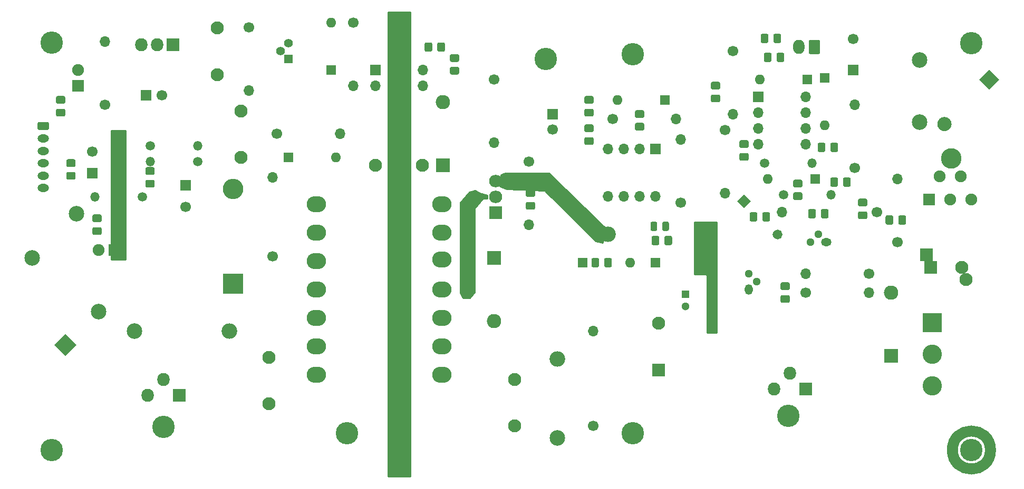
<source format=gbr>
%TF.GenerationSoftware,KiCad,Pcbnew,(5.1.6)-1*%
%TF.CreationDate,2021-01-03T21:45:47+05:30*%
%TF.ProjectId,supplyboard,73757070-6c79-4626-9f61-72642e6b6963,rev?*%
%TF.SameCoordinates,Original*%
%TF.FileFunction,Soldermask,Bot*%
%TF.FilePolarity,Negative*%
%FSLAX46Y46*%
G04 Gerber Fmt 4.6, Leading zero omitted, Abs format (unit mm)*
G04 Created by KiCad (PCBNEW (5.1.6)-1) date 2021-01-03 21:45:47*
%MOMM*%
%LPD*%
G01*
G04 APERTURE LIST*
%ADD10C,0.150000*%
%ADD11C,1.800000*%
%ADD12O,3.300000X3.300000*%
%ADD13R,3.300000X3.300000*%
%ADD14C,1.700000*%
%ADD15R,1.700000X1.700000*%
%ADD16O,1.700000X1.700000*%
%ADD17O,1.500000X1.500000*%
%ADD18C,1.500000*%
%ADD19O,1.850000X1.300000*%
%ADD20R,1.300000X1.300000*%
%ADD21C,1.300000*%
%ADD22C,0.100000*%
%ADD23C,3.600000*%
%ADD24O,1.600000X1.600000*%
%ADD25R,1.600000X1.600000*%
%ADD26C,2.100000*%
%ADD27R,2.100000X2.100000*%
%ADD28O,3.100000X2.600000*%
%ADD29O,2.500000X2.500000*%
%ADD30C,2.500000*%
%ADD31O,2.300000X2.300000*%
%ADD32R,2.300000X2.300000*%
%ADD33C,1.900000*%
%ADD34R,1.900000X1.900000*%
%ADD35O,2.005000X2.100000*%
%ADD36R,2.005000X2.100000*%
%ADD37C,3.100000*%
%ADD38R,3.100000X3.100000*%
%ADD39O,1.900000X1.900000*%
%ADD40C,3.300000*%
%ADD41O,1.840000X2.290000*%
%ADD42O,1.300000X1.300000*%
%ADD43O,1.700000X1.300000*%
%ADD44R,2.100000X2.005000*%
%ADD45O,2.100000X2.005000*%
%ADD46O,1.300000X1.700000*%
%ADD47C,1.400000*%
%ADD48R,1.400000X1.400000*%
%ADD49C,0.254000*%
G04 APERTURE END LIST*
D10*
X52705000Y-116205000D02*
X52705000Y-116840000D01*
D11*
X192733565Y-148005000D02*
G75*
G03*
X192733565Y-148005000I-3058565J0D01*
G01*
D12*
%TO.C,D8*%
X71120000Y-106045000D03*
D13*
X71120000Y-121285000D03*
%TD*%
D14*
%TO.C,C20*%
X63500000Y-108910000D03*
D15*
X63500000Y-105410000D03*
%TD*%
D16*
%TO.C,R19*%
X77470000Y-104140000D03*
D14*
X77470000Y-116840000D03*
%TD*%
D17*
%TO.C,R25*%
X57785000Y-101600000D03*
D18*
X65405000Y-101600000D03*
%TD*%
D17*
%TO.C,R21*%
X65405000Y-99060000D03*
D18*
X57785000Y-99060000D03*
%TD*%
D17*
%TO.C,R9*%
X48895000Y-107315000D03*
D18*
X56515000Y-107315000D03*
%TD*%
D19*
%TO.C,J2*%
X40640000Y-105885000D03*
X40640000Y-103885000D03*
X40640000Y-101885000D03*
X40640000Y-99885000D03*
X40640000Y-97885000D03*
G36*
G01*
X39985832Y-95235000D02*
X41294168Y-95235000D01*
G75*
G02*
X41565000Y-95505832I0J-270832D01*
G01*
X41565000Y-96264168D01*
G75*
G02*
X41294168Y-96535000I-270832J0D01*
G01*
X39985832Y-96535000D01*
G75*
G02*
X39715000Y-96264168I0J270832D01*
G01*
X39715000Y-95505832D01*
G75*
G02*
X39985832Y-95235000I270832J0D01*
G01*
G37*
%TD*%
%TO.C,R35*%
G36*
G01*
X157588000Y-84357738D02*
X157588000Y-85314262D01*
G75*
G02*
X157316262Y-85586000I-271738J0D01*
G01*
X156609738Y-85586000D01*
G75*
G02*
X156338000Y-85314262I0J271738D01*
G01*
X156338000Y-84357738D01*
G75*
G02*
X156609738Y-84086000I271738J0D01*
G01*
X157316262Y-84086000D01*
G75*
G02*
X157588000Y-84357738I0J-271738D01*
G01*
G37*
G36*
G01*
X159638000Y-84357738D02*
X159638000Y-85314262D01*
G75*
G02*
X159366262Y-85586000I-271738J0D01*
G01*
X158659738Y-85586000D01*
G75*
G02*
X158388000Y-85314262I0J271738D01*
G01*
X158388000Y-84357738D01*
G75*
G02*
X158659738Y-84086000I271738J0D01*
G01*
X159366262Y-84086000D01*
G75*
G02*
X159638000Y-84357738I0J-271738D01*
G01*
G37*
%TD*%
D16*
%TO.C,R31*%
X159258000Y-109728000D03*
D14*
X174498000Y-109728000D03*
%TD*%
D17*
%TO.C,R30*%
X167132000Y-106934000D03*
D18*
X159512000Y-106934000D03*
%TD*%
D17*
%TO.C,R36*%
X164084000Y-101854000D03*
D18*
X156464000Y-101854000D03*
%TD*%
D20*
%TO.C,C18*%
X143764000Y-122936000D03*
D21*
X143764000Y-124936000D03*
%TD*%
%TO.C,C9*%
G36*
G01*
X140363000Y-114778262D02*
X140363000Y-113821738D01*
G75*
G02*
X140634738Y-113550000I271738J0D01*
G01*
X141341262Y-113550000D01*
G75*
G02*
X141613000Y-113821738I0J-271738D01*
G01*
X141613000Y-114778262D01*
G75*
G02*
X141341262Y-115050000I-271738J0D01*
G01*
X140634738Y-115050000D01*
G75*
G02*
X140363000Y-114778262I0J271738D01*
G01*
G37*
G36*
G01*
X138313000Y-114778262D02*
X138313000Y-113821738D01*
G75*
G02*
X138584738Y-113550000I271738J0D01*
G01*
X139291262Y-113550000D01*
G75*
G02*
X139563000Y-113821738I0J-271738D01*
G01*
X139563000Y-114778262D01*
G75*
G02*
X139291262Y-115050000I-271738J0D01*
G01*
X138584738Y-115050000D01*
G75*
G02*
X138313000Y-114778262I0J271738D01*
G01*
G37*
%TD*%
%TO.C,R10*%
G36*
G01*
X129902000Y-117377738D02*
X129902000Y-118334262D01*
G75*
G02*
X129630262Y-118606000I-271738J0D01*
G01*
X128923738Y-118606000D01*
G75*
G02*
X128652000Y-118334262I0J271738D01*
G01*
X128652000Y-117377738D01*
G75*
G02*
X128923738Y-117106000I271738J0D01*
G01*
X129630262Y-117106000D01*
G75*
G02*
X129902000Y-117377738I0J-271738D01*
G01*
G37*
G36*
G01*
X131952000Y-117377738D02*
X131952000Y-118334262D01*
G75*
G02*
X131680262Y-118606000I-271738J0D01*
G01*
X130973738Y-118606000D01*
G75*
G02*
X130702000Y-118334262I0J271738D01*
G01*
X130702000Y-117377738D01*
G75*
G02*
X130973738Y-117106000I271738J0D01*
G01*
X131680262Y-117106000D01*
G75*
G02*
X131952000Y-117377738I0J-271738D01*
G01*
G37*
%TD*%
%TO.C,D3*%
G36*
G01*
X186160968Y-94763032D02*
X186160968Y-94763032D01*
G75*
G02*
X186160968Y-96389378I-813173J-813173D01*
G01*
X186160968Y-96389378D01*
G75*
G02*
X184534622Y-96389378I-813173J813173D01*
G01*
X184534622Y-96389378D01*
G75*
G02*
X184534622Y-94763032I813173J813173D01*
G01*
X184534622Y-94763032D01*
G75*
G02*
X186160968Y-94763032I813173J-813173D01*
G01*
G37*
D22*
G36*
X192532000Y-86765654D02*
G01*
X194158346Y-88392000D01*
X192532000Y-90018346D01*
X190905654Y-88392000D01*
X192532000Y-86765654D01*
G37*
%TD*%
D23*
%TO.C,*%
X42025000Y-82500000D03*
%TD*%
%TO.C,*%
X189665000Y-82550000D03*
%TD*%
%TO.C,*%
X189675000Y-148005000D03*
%TD*%
%TO.C,*%
X160274000Y-142494000D03*
%TD*%
%TO.C,*%
X89408000Y-145288000D03*
%TD*%
%TO.C,*%
X42025000Y-148005000D03*
%TD*%
D15*
%TO.C,C21*%
X48514000Y-103505000D03*
D14*
X48514000Y-100005000D03*
%TD*%
D24*
%TO.C,ZD*%
X146558000Y-117856000D03*
D25*
X138938000Y-117856000D03*
%TD*%
D26*
%TO.C,C4*%
X188806144Y-120618000D03*
D27*
X182461856Y-116618000D03*
D26*
X188134000Y-118618000D03*
D27*
X183134000Y-118618000D03*
%TD*%
D28*
%TO.C,T1*%
X84455000Y-113030000D03*
X84455000Y-122174000D03*
X84455000Y-135890000D03*
X104648000Y-122174000D03*
X104648000Y-113030000D03*
X104648000Y-108458000D03*
X104648000Y-126746000D03*
X84455000Y-131318000D03*
X84455000Y-126746000D03*
X104648000Y-131318000D03*
X84455000Y-117602000D03*
X84455000Y-108458000D03*
X104648000Y-117348000D03*
X104648000Y-135890000D03*
%TD*%
D25*
%TO.C,D2*%
X127254000Y-117856000D03*
D24*
X134874000Y-117856000D03*
%TD*%
%TO.C,D7*%
X132842000Y-91694000D03*
D25*
X140462000Y-91694000D03*
%TD*%
%TO.C,D10*%
X166116000Y-88138000D03*
D24*
X166116000Y-95758000D03*
%TD*%
D25*
%TO.C,D9*%
X163322000Y-88392000D03*
D24*
X155702000Y-88392000D03*
%TD*%
%TO.C,D14*%
X156972000Y-104394000D03*
D25*
X164592000Y-104394000D03*
%TD*%
D22*
%TO.C,D13*%
G36*
X152030629Y-107950000D02*
G01*
X153162000Y-106818629D01*
X154293371Y-107950000D01*
X153162000Y-109081371D01*
X152030629Y-107950000D01*
G37*
G36*
G01*
X157984469Y-112772469D02*
X157984469Y-112772469D01*
G75*
G02*
X159115839Y-112772469I565685J-565685D01*
G01*
X159115839Y-112772469D01*
G75*
G02*
X159115839Y-113903839I-565685J-565685D01*
G01*
X159115839Y-113903839D01*
G75*
G02*
X157984469Y-113903839I-565685J565685D01*
G01*
X157984469Y-113903839D01*
G75*
G02*
X157984469Y-112772469I565685J565685D01*
G01*
G37*
%TD*%
D29*
%TO.C,R4*%
X131318000Y-113284000D03*
D30*
X146558000Y-113284000D03*
%TD*%
D31*
%TO.C,D4*%
X113030000Y-127254000D03*
D32*
X113030000Y-117094000D03*
%TD*%
D33*
%TO.C,LED1*%
X49530000Y-115824000D03*
D34*
X52070000Y-115824000D03*
%TD*%
D33*
%TO.C,LED2*%
X46228000Y-86868000D03*
D34*
X46228000Y-89408000D03*
%TD*%
D35*
%TO.C,Q2*%
X57404000Y-139192000D03*
X59944000Y-136652000D03*
D36*
X62484000Y-139192000D03*
%TD*%
D35*
%TO.C,Q1*%
X157988000Y-138176000D03*
X160528000Y-135636000D03*
D36*
X163068000Y-138176000D03*
%TD*%
D31*
%TO.C,D1*%
X176784000Y-122682000D03*
D32*
X176784000Y-132842000D03*
%TD*%
D31*
%TO.C,D6*%
X104775000Y-92075000D03*
D32*
X104775000Y-102235000D03*
%TD*%
D16*
%TO.C,R42*%
X177800000Y-104394000D03*
D14*
X177800000Y-114554000D03*
%TD*%
D37*
%TO.C,J1*%
X183388000Y-137668000D03*
X183388000Y-132588000D03*
D38*
X183388000Y-127508000D03*
%TD*%
D29*
%TO.C,R2*%
X70485000Y-128905000D03*
D30*
X55245000Y-128905000D03*
%TD*%
%TO.C,L1*%
X45933068Y-110022932D03*
X38862000Y-117094000D03*
%TD*%
%TO.C,L2*%
X181356000Y-85250000D03*
X181356000Y-95250000D03*
%TD*%
D39*
%TO.C,U6*%
X189680000Y-107696000D03*
X187980000Y-103996000D03*
X186280000Y-107696000D03*
X184580000Y-103996000D03*
D34*
X182880000Y-107696000D03*
%TD*%
%TO.C,C7*%
G36*
G01*
X140021500Y-112495250D02*
X140021500Y-111532750D01*
G75*
G02*
X140290250Y-111264000I268750J0D01*
G01*
X140827750Y-111264000D01*
G75*
G02*
X141096500Y-111532750I0J-268750D01*
G01*
X141096500Y-112495250D01*
G75*
G02*
X140827750Y-112764000I-268750J0D01*
G01*
X140290250Y-112764000D01*
G75*
G02*
X140021500Y-112495250I0J268750D01*
G01*
G37*
G36*
G01*
X138146500Y-112495250D02*
X138146500Y-111532750D01*
G75*
G02*
X138415250Y-111264000I268750J0D01*
G01*
X138952750Y-111264000D01*
G75*
G02*
X139221500Y-111532750I0J-268750D01*
G01*
X139221500Y-112495250D01*
G75*
G02*
X138952750Y-112764000I-268750J0D01*
G01*
X138415250Y-112764000D01*
G75*
G02*
X138146500Y-112495250I0J268750D01*
G01*
G37*
%TD*%
D14*
%TO.C,C8*%
X170688000Y-81868000D03*
D15*
X170688000Y-86868000D03*
%TD*%
D16*
%TO.C,R45*%
X170942000Y-92456000D03*
D14*
X170942000Y-102616000D03*
%TD*%
%TO.C,R1*%
G36*
G01*
X128748262Y-92310000D02*
X127791738Y-92310000D01*
G75*
G02*
X127520000Y-92038262I0J271738D01*
G01*
X127520000Y-91331738D01*
G75*
G02*
X127791738Y-91060000I271738J0D01*
G01*
X128748262Y-91060000D01*
G75*
G02*
X129020000Y-91331738I0J-271738D01*
G01*
X129020000Y-92038262D01*
G75*
G02*
X128748262Y-92310000I-271738J0D01*
G01*
G37*
G36*
G01*
X128748262Y-94360000D02*
X127791738Y-94360000D01*
G75*
G02*
X127520000Y-94088262I0J271738D01*
G01*
X127520000Y-93381738D01*
G75*
G02*
X127791738Y-93110000I271738J0D01*
G01*
X128748262Y-93110000D01*
G75*
G02*
X129020000Y-93381738I0J-271738D01*
G01*
X129020000Y-94088262D01*
G75*
G02*
X128748262Y-94360000I-271738J0D01*
G01*
G37*
%TD*%
D16*
%TO.C,R27*%
X142240000Y-94742000D03*
D14*
X132080000Y-94742000D03*
%TD*%
%TO.C,C3*%
X122428000Y-96480000D03*
D15*
X122428000Y-93980000D03*
%TD*%
%TO.C,C15*%
G36*
G01*
X136876262Y-94587000D02*
X135919738Y-94587000D01*
G75*
G02*
X135648000Y-94315262I0J271738D01*
G01*
X135648000Y-93608738D01*
G75*
G02*
X135919738Y-93337000I271738J0D01*
G01*
X136876262Y-93337000D01*
G75*
G02*
X137148000Y-93608738I0J-271738D01*
G01*
X137148000Y-94315262D01*
G75*
G02*
X136876262Y-94587000I-271738J0D01*
G01*
G37*
G36*
G01*
X136876262Y-96637000D02*
X135919738Y-96637000D01*
G75*
G02*
X135648000Y-96365262I0J271738D01*
G01*
X135648000Y-95658738D01*
G75*
G02*
X135919738Y-95387000I271738J0D01*
G01*
X136876262Y-95387000D01*
G75*
G02*
X137148000Y-95658738I0J-271738D01*
G01*
X137148000Y-96365262D01*
G75*
G02*
X136876262Y-96637000I-271738J0D01*
G01*
G37*
%TD*%
D16*
%TO.C,R46*%
X163068000Y-119634000D03*
D14*
X173228000Y-119634000D03*
%TD*%
D16*
%TO.C,R47*%
X173228000Y-122682000D03*
D14*
X163068000Y-122682000D03*
%TD*%
D23*
%TO.C,*%
X135255000Y-145288000D03*
%TD*%
%TO.C,*%
X135255000Y-84328000D03*
%TD*%
%TO.C,*%
X121285000Y-85090000D03*
%TD*%
%TO.C,REF\u002A\u002A*%
X59944000Y-144272000D03*
%TD*%
%TO.C,C6*%
G36*
G01*
X44606738Y-103270000D02*
X45563262Y-103270000D01*
G75*
G02*
X45835000Y-103541738I0J-271738D01*
G01*
X45835000Y-104248262D01*
G75*
G02*
X45563262Y-104520000I-271738J0D01*
G01*
X44606738Y-104520000D01*
G75*
G02*
X44335000Y-104248262I0J271738D01*
G01*
X44335000Y-103541738D01*
G75*
G02*
X44606738Y-103270000I271738J0D01*
G01*
G37*
G36*
G01*
X44606738Y-101220000D02*
X45563262Y-101220000D01*
G75*
G02*
X45835000Y-101491738I0J-271738D01*
G01*
X45835000Y-102198262D01*
G75*
G02*
X45563262Y-102470000I-271738J0D01*
G01*
X44606738Y-102470000D01*
G75*
G02*
X44335000Y-102198262I0J271738D01*
G01*
X44335000Y-101491738D01*
G75*
G02*
X44606738Y-101220000I271738J0D01*
G01*
G37*
%TD*%
D16*
%TO.C,R12*%
X50546000Y-82296000D03*
D14*
X50546000Y-92456000D03*
%TD*%
%TO.C,C16*%
X59650000Y-90932000D03*
D15*
X57150000Y-90932000D03*
%TD*%
D26*
%TO.C,C12*%
X68580000Y-80130000D03*
X68580000Y-87630000D03*
%TD*%
%TO.C,R7*%
G36*
G01*
X103905000Y-83663262D02*
X103905000Y-82706738D01*
G75*
G02*
X104176738Y-82435000I271738J0D01*
G01*
X104883262Y-82435000D01*
G75*
G02*
X105155000Y-82706738I0J-271738D01*
G01*
X105155000Y-83663262D01*
G75*
G02*
X104883262Y-83935000I-271738J0D01*
G01*
X104176738Y-83935000D01*
G75*
G02*
X103905000Y-83663262I0J271738D01*
G01*
G37*
G36*
G01*
X101855000Y-83663262D02*
X101855000Y-82706738D01*
G75*
G02*
X102126738Y-82435000I271738J0D01*
G01*
X102833262Y-82435000D01*
G75*
G02*
X103105000Y-82706738I0J-271738D01*
G01*
X103105000Y-83663262D01*
G75*
G02*
X102833262Y-83935000I-271738J0D01*
G01*
X102126738Y-83935000D01*
G75*
G02*
X101855000Y-83663262I0J271738D01*
G01*
G37*
%TD*%
D16*
%TO.C,R14*%
X143002000Y-98044000D03*
D14*
X143002000Y-108204000D03*
%TD*%
D16*
%TO.C,R29*%
X150114000Y-106680000D03*
D14*
X150114000Y-96520000D03*
%TD*%
D16*
%TO.C,R28*%
X151384000Y-93980000D03*
D14*
X151384000Y-83820000D03*
%TD*%
D16*
%TO.C,R20*%
X88265000Y-97155000D03*
D14*
X78105000Y-97155000D03*
%TD*%
D16*
%TO.C,R18*%
X113030000Y-98552000D03*
D14*
X113030000Y-88392000D03*
%TD*%
D16*
%TO.C,R5*%
X118618000Y-111760000D03*
D14*
X118618000Y-101600000D03*
%TD*%
D16*
%TO.C,R16*%
X90424000Y-89408000D03*
D14*
X90424000Y-79248000D03*
%TD*%
D16*
%TO.C,R17*%
X73660000Y-90170000D03*
D14*
X73660000Y-80010000D03*
%TD*%
%TO.C,R8*%
G36*
G01*
X49754262Y-111360000D02*
X48797738Y-111360000D01*
G75*
G02*
X48526000Y-111088262I0J271738D01*
G01*
X48526000Y-110381738D01*
G75*
G02*
X48797738Y-110110000I271738J0D01*
G01*
X49754262Y-110110000D01*
G75*
G02*
X50026000Y-110381738I0J-271738D01*
G01*
X50026000Y-111088262D01*
G75*
G02*
X49754262Y-111360000I-271738J0D01*
G01*
G37*
G36*
G01*
X49754262Y-113410000D02*
X48797738Y-113410000D01*
G75*
G02*
X48526000Y-113138262I0J271738D01*
G01*
X48526000Y-112431738D01*
G75*
G02*
X48797738Y-112160000I271738J0D01*
G01*
X49754262Y-112160000D01*
G75*
G02*
X50026000Y-112431738I0J-271738D01*
G01*
X50026000Y-113138262D01*
G75*
G02*
X49754262Y-113410000I-271738J0D01*
G01*
G37*
%TD*%
D30*
%TO.C,C19*%
X49499301Y-125760699D03*
D22*
G36*
X44196000Y-132831767D02*
G01*
X42428233Y-131064000D01*
X44196000Y-129296233D01*
X45963767Y-131064000D01*
X44196000Y-132831767D01*
G37*
%TD*%
%TO.C,R15*%
G36*
G01*
X119350262Y-107296000D02*
X118393738Y-107296000D01*
G75*
G02*
X118122000Y-107024262I0J271738D01*
G01*
X118122000Y-106317738D01*
G75*
G02*
X118393738Y-106046000I271738J0D01*
G01*
X119350262Y-106046000D01*
G75*
G02*
X119622000Y-106317738I0J-271738D01*
G01*
X119622000Y-107024262D01*
G75*
G02*
X119350262Y-107296000I-271738J0D01*
G01*
G37*
G36*
G01*
X119350262Y-109346000D02*
X118393738Y-109346000D01*
G75*
G02*
X118122000Y-109074262I0J271738D01*
G01*
X118122000Y-108367738D01*
G75*
G02*
X118393738Y-108096000I271738J0D01*
G01*
X119350262Y-108096000D01*
G75*
G02*
X119622000Y-108367738I0J-271738D01*
G01*
X119622000Y-109074262D01*
G75*
G02*
X119350262Y-109346000I-271738J0D01*
G01*
G37*
%TD*%
%TO.C,R11*%
G36*
G01*
X165500000Y-110460262D02*
X165500000Y-109503738D01*
G75*
G02*
X165771738Y-109232000I271738J0D01*
G01*
X166478262Y-109232000D01*
G75*
G02*
X166750000Y-109503738I0J-271738D01*
G01*
X166750000Y-110460262D01*
G75*
G02*
X166478262Y-110732000I-271738J0D01*
G01*
X165771738Y-110732000D01*
G75*
G02*
X165500000Y-110460262I0J271738D01*
G01*
G37*
G36*
G01*
X163450000Y-110460262D02*
X163450000Y-109503738D01*
G75*
G02*
X163721738Y-109232000I271738J0D01*
G01*
X164428262Y-109232000D01*
G75*
G02*
X164700000Y-109503738I0J-271738D01*
G01*
X164700000Y-110460262D01*
G75*
G02*
X164428262Y-110732000I-271738J0D01*
G01*
X163721738Y-110732000D01*
G75*
G02*
X163450000Y-110460262I0J271738D01*
G01*
G37*
%TD*%
%TO.C,R13*%
G36*
G01*
X57306738Y-104540000D02*
X58263262Y-104540000D01*
G75*
G02*
X58535000Y-104811738I0J-271738D01*
G01*
X58535000Y-105518262D01*
G75*
G02*
X58263262Y-105790000I-271738J0D01*
G01*
X57306738Y-105790000D01*
G75*
G02*
X57035000Y-105518262I0J271738D01*
G01*
X57035000Y-104811738D01*
G75*
G02*
X57306738Y-104540000I271738J0D01*
G01*
G37*
G36*
G01*
X57306738Y-102490000D02*
X58263262Y-102490000D01*
G75*
G02*
X58535000Y-102761738I0J-271738D01*
G01*
X58535000Y-103468262D01*
G75*
G02*
X58263262Y-103740000I-271738J0D01*
G01*
X57306738Y-103740000D01*
G75*
G02*
X57035000Y-103468262I0J271738D01*
G01*
X57035000Y-102761738D01*
G75*
G02*
X57306738Y-102490000I271738J0D01*
G01*
G37*
%TD*%
%TO.C,R32*%
G36*
G01*
X156102000Y-110968262D02*
X156102000Y-110011738D01*
G75*
G02*
X156373738Y-109740000I271738J0D01*
G01*
X157080262Y-109740000D01*
G75*
G02*
X157352000Y-110011738I0J-271738D01*
G01*
X157352000Y-110968262D01*
G75*
G02*
X157080262Y-111240000I-271738J0D01*
G01*
X156373738Y-111240000D01*
G75*
G02*
X156102000Y-110968262I0J271738D01*
G01*
G37*
G36*
G01*
X154052000Y-110968262D02*
X154052000Y-110011738D01*
G75*
G02*
X154323738Y-109740000I271738J0D01*
G01*
X155030262Y-109740000D01*
G75*
G02*
X155302000Y-110011738I0J-271738D01*
G01*
X155302000Y-110968262D01*
G75*
G02*
X155030262Y-111240000I-271738J0D01*
G01*
X154323738Y-111240000D01*
G75*
G02*
X154052000Y-110968262I0J271738D01*
G01*
G37*
%TD*%
%TO.C,R33*%
G36*
G01*
X152683738Y-100222000D02*
X153640262Y-100222000D01*
G75*
G02*
X153912000Y-100493738I0J-271738D01*
G01*
X153912000Y-101200262D01*
G75*
G02*
X153640262Y-101472000I-271738J0D01*
G01*
X152683738Y-101472000D01*
G75*
G02*
X152412000Y-101200262I0J271738D01*
G01*
X152412000Y-100493738D01*
G75*
G02*
X152683738Y-100222000I271738J0D01*
G01*
G37*
G36*
G01*
X152683738Y-98172000D02*
X153640262Y-98172000D01*
G75*
G02*
X153912000Y-98443738I0J-271738D01*
G01*
X153912000Y-99150262D01*
G75*
G02*
X153640262Y-99422000I-271738J0D01*
G01*
X152683738Y-99422000D01*
G75*
G02*
X152412000Y-99150262I0J271738D01*
G01*
X152412000Y-98443738D01*
G75*
G02*
X152683738Y-98172000I271738J0D01*
G01*
G37*
%TD*%
%TO.C,R37*%
G36*
G01*
X167024000Y-99792262D02*
X167024000Y-98835738D01*
G75*
G02*
X167295738Y-98564000I271738J0D01*
G01*
X168002262Y-98564000D01*
G75*
G02*
X168274000Y-98835738I0J-271738D01*
G01*
X168274000Y-99792262D01*
G75*
G02*
X168002262Y-100064000I-271738J0D01*
G01*
X167295738Y-100064000D01*
G75*
G02*
X167024000Y-99792262I0J271738D01*
G01*
G37*
G36*
G01*
X164974000Y-99792262D02*
X164974000Y-98835738D01*
G75*
G02*
X165245738Y-98564000I271738J0D01*
G01*
X165952262Y-98564000D01*
G75*
G02*
X166224000Y-98835738I0J-271738D01*
G01*
X166224000Y-99792262D01*
G75*
G02*
X165952262Y-100064000I-271738J0D01*
G01*
X165245738Y-100064000D01*
G75*
G02*
X164974000Y-99792262I0J271738D01*
G01*
G37*
%TD*%
%TO.C,R38*%
G36*
G01*
X171733738Y-109629000D02*
X172690262Y-109629000D01*
G75*
G02*
X172962000Y-109900738I0J-271738D01*
G01*
X172962000Y-110607262D01*
G75*
G02*
X172690262Y-110879000I-271738J0D01*
G01*
X171733738Y-110879000D01*
G75*
G02*
X171462000Y-110607262I0J271738D01*
G01*
X171462000Y-109900738D01*
G75*
G02*
X171733738Y-109629000I271738J0D01*
G01*
G37*
G36*
G01*
X171733738Y-107579000D02*
X172690262Y-107579000D01*
G75*
G02*
X172962000Y-107850738I0J-271738D01*
G01*
X172962000Y-108557262D01*
G75*
G02*
X172690262Y-108829000I-271738J0D01*
G01*
X171733738Y-108829000D01*
G75*
G02*
X171462000Y-108557262I0J271738D01*
G01*
X171462000Y-107850738D01*
G75*
G02*
X171733738Y-107579000I271738J0D01*
G01*
G37*
%TD*%
%TO.C,R39*%
G36*
G01*
X169056000Y-105380262D02*
X169056000Y-104423738D01*
G75*
G02*
X169327738Y-104152000I271738J0D01*
G01*
X170034262Y-104152000D01*
G75*
G02*
X170306000Y-104423738I0J-271738D01*
G01*
X170306000Y-105380262D01*
G75*
G02*
X170034262Y-105652000I-271738J0D01*
G01*
X169327738Y-105652000D01*
G75*
G02*
X169056000Y-105380262I0J271738D01*
G01*
G37*
G36*
G01*
X167006000Y-105380262D02*
X167006000Y-104423738D01*
G75*
G02*
X167277738Y-104152000I271738J0D01*
G01*
X167984262Y-104152000D01*
G75*
G02*
X168256000Y-104423738I0J-271738D01*
G01*
X168256000Y-105380262D01*
G75*
G02*
X167984262Y-105652000I-271738J0D01*
G01*
X167277738Y-105652000D01*
G75*
G02*
X167006000Y-105380262I0J271738D01*
G01*
G37*
%TD*%
%TO.C,R40*%
G36*
G01*
X159287738Y-123082000D02*
X160244262Y-123082000D01*
G75*
G02*
X160516000Y-123353738I0J-271738D01*
G01*
X160516000Y-124060262D01*
G75*
G02*
X160244262Y-124332000I-271738J0D01*
G01*
X159287738Y-124332000D01*
G75*
G02*
X159016000Y-124060262I0J271738D01*
G01*
X159016000Y-123353738D01*
G75*
G02*
X159287738Y-123082000I271738J0D01*
G01*
G37*
G36*
G01*
X159287738Y-121032000D02*
X160244262Y-121032000D01*
G75*
G02*
X160516000Y-121303738I0J-271738D01*
G01*
X160516000Y-122010262D01*
G75*
G02*
X160244262Y-122282000I-271738J0D01*
G01*
X159287738Y-122282000D01*
G75*
G02*
X159016000Y-122010262I0J271738D01*
G01*
X159016000Y-121303738D01*
G75*
G02*
X159287738Y-121032000I271738J0D01*
G01*
G37*
%TD*%
%TO.C,R41*%
G36*
G01*
X177137000Y-110519738D02*
X177137000Y-111476262D01*
G75*
G02*
X176865262Y-111748000I-271738J0D01*
G01*
X176158738Y-111748000D01*
G75*
G02*
X175887000Y-111476262I0J271738D01*
G01*
X175887000Y-110519738D01*
G75*
G02*
X176158738Y-110248000I271738J0D01*
G01*
X176865262Y-110248000D01*
G75*
G02*
X177137000Y-110519738I0J-271738D01*
G01*
G37*
G36*
G01*
X179187000Y-110519738D02*
X179187000Y-111476262D01*
G75*
G02*
X178915262Y-111748000I-271738J0D01*
G01*
X178208738Y-111748000D01*
G75*
G02*
X177937000Y-111476262I0J271738D01*
G01*
X177937000Y-110519738D01*
G75*
G02*
X178208738Y-110248000I271738J0D01*
G01*
X178915262Y-110248000D01*
G75*
G02*
X179187000Y-110519738I0J-271738D01*
G01*
G37*
%TD*%
%TO.C,R44*%
G36*
G01*
X149068262Y-90024000D02*
X148111738Y-90024000D01*
G75*
G02*
X147840000Y-89752262I0J271738D01*
G01*
X147840000Y-89045738D01*
G75*
G02*
X148111738Y-88774000I271738J0D01*
G01*
X149068262Y-88774000D01*
G75*
G02*
X149340000Y-89045738I0J-271738D01*
G01*
X149340000Y-89752262D01*
G75*
G02*
X149068262Y-90024000I-271738J0D01*
G01*
G37*
G36*
G01*
X149068262Y-92074000D02*
X148111738Y-92074000D01*
G75*
G02*
X147840000Y-91802262I0J271738D01*
G01*
X147840000Y-91095738D01*
G75*
G02*
X148111738Y-90824000I271738J0D01*
G01*
X149068262Y-90824000D01*
G75*
G02*
X149340000Y-91095738I0J-271738D01*
G01*
X149340000Y-91802262D01*
G75*
G02*
X149068262Y-92074000I-271738J0D01*
G01*
G37*
%TD*%
%TO.C,R48*%
G36*
G01*
X161319738Y-106563000D02*
X162276262Y-106563000D01*
G75*
G02*
X162548000Y-106834738I0J-271738D01*
G01*
X162548000Y-107541262D01*
G75*
G02*
X162276262Y-107813000I-271738J0D01*
G01*
X161319738Y-107813000D01*
G75*
G02*
X161048000Y-107541262I0J271738D01*
G01*
X161048000Y-106834738D01*
G75*
G02*
X161319738Y-106563000I271738J0D01*
G01*
G37*
G36*
G01*
X161319738Y-104513000D02*
X162276262Y-104513000D01*
G75*
G02*
X162548000Y-104784738I0J-271738D01*
G01*
X162548000Y-105491262D01*
G75*
G02*
X162276262Y-105763000I-271738J0D01*
G01*
X161319738Y-105763000D01*
G75*
G02*
X161048000Y-105491262I0J271738D01*
G01*
X161048000Y-104784738D01*
G75*
G02*
X161319738Y-104513000I271738J0D01*
G01*
G37*
%TD*%
%TO.C,R49*%
G36*
G01*
X157880000Y-82266262D02*
X157880000Y-81309738D01*
G75*
G02*
X158151738Y-81038000I271738J0D01*
G01*
X158858262Y-81038000D01*
G75*
G02*
X159130000Y-81309738I0J-271738D01*
G01*
X159130000Y-82266262D01*
G75*
G02*
X158858262Y-82538000I-271738J0D01*
G01*
X158151738Y-82538000D01*
G75*
G02*
X157880000Y-82266262I0J271738D01*
G01*
G37*
G36*
G01*
X155830000Y-82266262D02*
X155830000Y-81309738D01*
G75*
G02*
X156101738Y-81038000I271738J0D01*
G01*
X156808262Y-81038000D01*
G75*
G02*
X157080000Y-81309738I0J-271738D01*
G01*
X157080000Y-82266262D01*
G75*
G02*
X156808262Y-82538000I-271738J0D01*
G01*
X156101738Y-82538000D01*
G75*
G02*
X155830000Y-82266262I0J271738D01*
G01*
G37*
%TD*%
D40*
%TO.C,*%
X186436000Y-101092000D03*
%TD*%
D26*
%TO.C,C1*%
X116332000Y-144152000D03*
X116332000Y-136652000D03*
%TD*%
%TO.C,C2*%
X76835000Y-133096000D03*
X76835000Y-140596000D03*
%TD*%
%TO.C,C5*%
X139446000Y-127628000D03*
D27*
X139446000Y-135128000D03*
%TD*%
D26*
%TO.C,C10*%
X93980000Y-102235000D03*
X101480000Y-102235000D03*
%TD*%
%TO.C,C11*%
G36*
G01*
X107158262Y-87620000D02*
X106201738Y-87620000D01*
G75*
G02*
X105930000Y-87348262I0J271738D01*
G01*
X105930000Y-86641738D01*
G75*
G02*
X106201738Y-86370000I271738J0D01*
G01*
X107158262Y-86370000D01*
G75*
G02*
X107430000Y-86641738I0J-271738D01*
G01*
X107430000Y-87348262D01*
G75*
G02*
X107158262Y-87620000I-271738J0D01*
G01*
G37*
G36*
G01*
X107158262Y-85570000D02*
X106201738Y-85570000D01*
G75*
G02*
X105930000Y-85298262I0J271738D01*
G01*
X105930000Y-84591738D01*
G75*
G02*
X106201738Y-84320000I271738J0D01*
G01*
X107158262Y-84320000D01*
G75*
G02*
X107430000Y-84591738I0J-271738D01*
G01*
X107430000Y-85298262D01*
G75*
G02*
X107158262Y-85570000I-271738J0D01*
G01*
G37*
%TD*%
%TO.C,C13*%
X72390000Y-93465000D03*
X72390000Y-100965000D03*
%TD*%
%TO.C,C14*%
G36*
G01*
X127791738Y-95632000D02*
X128748262Y-95632000D01*
G75*
G02*
X129020000Y-95903738I0J-271738D01*
G01*
X129020000Y-96610262D01*
G75*
G02*
X128748262Y-96882000I-271738J0D01*
G01*
X127791738Y-96882000D01*
G75*
G02*
X127520000Y-96610262I0J271738D01*
G01*
X127520000Y-95903738D01*
G75*
G02*
X127791738Y-95632000I271738J0D01*
G01*
G37*
G36*
G01*
X127791738Y-97682000D02*
X128748262Y-97682000D01*
G75*
G02*
X129020000Y-97953738I0J-271738D01*
G01*
X129020000Y-98660262D01*
G75*
G02*
X128748262Y-98932000I-271738J0D01*
G01*
X127791738Y-98932000D01*
G75*
G02*
X127520000Y-98660262I0J271738D01*
G01*
X127520000Y-97953738D01*
G75*
G02*
X127791738Y-97682000I271738J0D01*
G01*
G37*
%TD*%
%TO.C,C17*%
G36*
G01*
X43912262Y-92310000D02*
X42955738Y-92310000D01*
G75*
G02*
X42684000Y-92038262I0J271738D01*
G01*
X42684000Y-91331738D01*
G75*
G02*
X42955738Y-91060000I271738J0D01*
G01*
X43912262Y-91060000D01*
G75*
G02*
X44184000Y-91331738I0J-271738D01*
G01*
X44184000Y-92038262D01*
G75*
G02*
X43912262Y-92310000I-271738J0D01*
G01*
G37*
G36*
G01*
X43912262Y-94360000D02*
X42955738Y-94360000D01*
G75*
G02*
X42684000Y-94088262I0J271738D01*
G01*
X42684000Y-93381738D01*
G75*
G02*
X42955738Y-93110000I271738J0D01*
G01*
X43912262Y-93110000D01*
G75*
G02*
X44184000Y-93381738I0J-271738D01*
G01*
X44184000Y-94088262D01*
G75*
G02*
X43912262Y-94360000I-271738J0D01*
G01*
G37*
%TD*%
D24*
%TO.C,D5*%
X86868000Y-79248000D03*
D25*
X86868000Y-86868000D03*
%TD*%
%TO.C,D11*%
X80010000Y-100965000D03*
D24*
X87630000Y-100965000D03*
%TD*%
%TO.C,J3*%
G36*
G01*
X165385000Y-82304367D02*
X165385000Y-84065633D01*
G75*
G02*
X165120633Y-84330000I-264367J0D01*
G01*
X163809367Y-84330000D01*
G75*
G02*
X163545000Y-84065633I0J264367D01*
G01*
X163545000Y-82304367D01*
G75*
G02*
X163809367Y-82040000I264367J0D01*
G01*
X165120633Y-82040000D01*
G75*
G02*
X165385000Y-82304367I0J-264367D01*
G01*
G37*
D41*
X161925000Y-83185000D03*
%TD*%
D42*
%TO.C,Q3*%
X163830000Y-114554000D03*
X165100000Y-113284000D03*
D43*
X166370000Y-114554000D03*
%TD*%
D44*
%TO.C,Q4*%
X113284000Y-109855000D03*
D45*
X113284000Y-107315000D03*
X113284000Y-104775000D03*
%TD*%
D46*
%TO.C,Q5*%
X153924000Y-122174000D03*
D42*
X155194000Y-120904000D03*
X153924000Y-119634000D03*
%TD*%
D14*
%TO.C,R3*%
X128905000Y-144145000D03*
D16*
X128905000Y-128905000D03*
%TD*%
D29*
%TO.C,R6*%
X123190000Y-133350000D03*
D30*
X123190000Y-146050000D03*
%TD*%
D15*
%TO.C,U1*%
X93980000Y-86868000D03*
D16*
X101600000Y-89408000D03*
X93980000Y-89408000D03*
X101600000Y-86868000D03*
%TD*%
D15*
%TO.C,U2*%
X138938000Y-99568000D03*
D16*
X131318000Y-107188000D03*
X136398000Y-99568000D03*
X133858000Y-107188000D03*
X133858000Y-99568000D03*
X136398000Y-107188000D03*
X131318000Y-99568000D03*
X138938000Y-107188000D03*
%TD*%
D47*
%TO.C,U3*%
X78740000Y-83820000D03*
X80010000Y-82550000D03*
D48*
X80010000Y-85090000D03*
%TD*%
D36*
%TO.C,U4*%
X61468000Y-82804000D03*
D35*
X58928000Y-82804000D03*
X56388000Y-82804000D03*
%TD*%
D16*
%TO.C,U5*%
X163068000Y-91186000D03*
X155448000Y-98806000D03*
X163068000Y-93726000D03*
X155448000Y-96266000D03*
X163068000Y-96266000D03*
X155448000Y-93726000D03*
X163068000Y-98806000D03*
D15*
X155448000Y-91186000D03*
%TD*%
D49*
G36*
X130925910Y-112310874D02*
G01*
X130456373Y-114658559D01*
X129348613Y-114437007D01*
X121247803Y-106336197D01*
X121228557Y-106320403D01*
X121206601Y-106308667D01*
X121182776Y-106301440D01*
X121163287Y-106299110D01*
X115088996Y-106046015D01*
X113930177Y-105582487D01*
X114162091Y-103727173D01*
X114828610Y-103505000D01*
X121868440Y-103505000D01*
X130925910Y-112310874D01*
G37*
X130925910Y-112310874D02*
X130456373Y-114658559D01*
X129348613Y-114437007D01*
X121247803Y-106336197D01*
X121228557Y-106320403D01*
X121206601Y-106308667D01*
X121182776Y-106301440D01*
X121163287Y-106299110D01*
X115088996Y-106046015D01*
X113930177Y-105582487D01*
X114162091Y-103727173D01*
X114828610Y-103505000D01*
X121868440Y-103505000D01*
X130925910Y-112310874D01*
G36*
X148717000Y-129159000D02*
G01*
X147193000Y-129159000D01*
X147193000Y-119888000D01*
X147190560Y-119863224D01*
X147183333Y-119839399D01*
X147171597Y-119817443D01*
X147155803Y-119798197D01*
X147136557Y-119782403D01*
X147114601Y-119770667D01*
X147090776Y-119763440D01*
X147066000Y-119761000D01*
X145161000Y-119761000D01*
X145161000Y-111379000D01*
X148717000Y-111379000D01*
X148717000Y-129159000D01*
G37*
X148717000Y-129159000D02*
X147193000Y-129159000D01*
X147193000Y-119888000D01*
X147190560Y-119863224D01*
X147183333Y-119839399D01*
X147171597Y-119817443D01*
X147155803Y-119798197D01*
X147136557Y-119782403D01*
X147114601Y-119770667D01*
X147090776Y-119763440D01*
X147066000Y-119761000D01*
X145161000Y-119761000D01*
X145161000Y-111379000D01*
X148717000Y-111379000D01*
X148717000Y-129159000D01*
G36*
X110941204Y-106793592D02*
G01*
X110967198Y-106803208D01*
X111887000Y-107033159D01*
X111887000Y-107569000D01*
X111252000Y-107569000D01*
X111227224Y-107571440D01*
X111203399Y-107578667D01*
X111181443Y-107590403D01*
X111154436Y-107614697D01*
X109884436Y-109138697D01*
X109870449Y-109159293D01*
X109860749Y-109182222D01*
X109855709Y-109206602D01*
X109855000Y-109220000D01*
X109855000Y-122639667D01*
X109156500Y-123571000D01*
X108028490Y-123571000D01*
X107569000Y-122652020D01*
X107569000Y-108250981D01*
X109036079Y-106539389D01*
X109967225Y-106306602D01*
X110941204Y-106793592D01*
G37*
X110941204Y-106793592D02*
X110967198Y-106803208D01*
X111887000Y-107033159D01*
X111887000Y-107569000D01*
X111252000Y-107569000D01*
X111227224Y-107571440D01*
X111203399Y-107578667D01*
X111181443Y-107590403D01*
X111154436Y-107614697D01*
X109884436Y-109138697D01*
X109870449Y-109159293D01*
X109860749Y-109182222D01*
X109855709Y-109206602D01*
X109855000Y-109220000D01*
X109855000Y-122639667D01*
X109156500Y-123571000D01*
X108028490Y-123571000D01*
X107569000Y-122652020D01*
X107569000Y-108250981D01*
X109036079Y-106539389D01*
X109967225Y-106306602D01*
X110941204Y-106793592D01*
G36*
X99568000Y-152273000D02*
G01*
X96012000Y-152273000D01*
X96012000Y-77597000D01*
X99568000Y-77597000D01*
X99568000Y-152273000D01*
G37*
X99568000Y-152273000D02*
X96012000Y-152273000D01*
X96012000Y-77597000D01*
X99568000Y-77597000D01*
X99568000Y-152273000D01*
G36*
X53848000Y-117348000D02*
G01*
X51562000Y-117348000D01*
X51562000Y-96647000D01*
X53848000Y-96647000D01*
X53848000Y-117348000D01*
G37*
X53848000Y-117348000D02*
X51562000Y-117348000D01*
X51562000Y-96647000D01*
X53848000Y-96647000D01*
X53848000Y-117348000D01*
M02*

</source>
